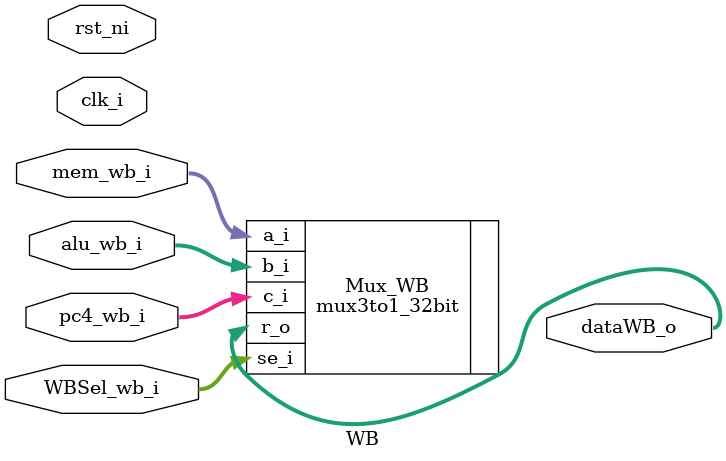
<source format=sv>
module WB(
	input logic clk_i,
	input logic rst_ni,
	input logic [31:0] alu_wb_i,
	input logic [31:0] pc4_wb_i,
	input logic [31:0] mem_wb_i,
	input logic [1:0] WBSel_wb_i,
	//input logic RegWEn_wb_i,
	//input logic [4:0] rsW_wb_i,
	output logic [31:0] dataWB_o
	//output logic [4:0] rsW_o,
	//output logic RegWEn_o
	);

//	logic [31:0] dataWB_w;
//	
//	logic [31:0] dataWB_r;
//	logic RegWEn_r;
//	logic [4:0] rsW_r;
	
//	mux3to1_32bit Mux_WB(
//		.a_i(mem_wb_i),
//		.b_i(alu_wb_i),
//		.c_i(pc4_wb_i),
//		.se_i(WBSel_wb_i),
//		.r_o(dataWB_w)
//		);
	mux3to1_32bit Mux_WB(
			.a_i(mem_wb_i),
			.b_i(alu_wb_i),
			.c_i(pc4_wb_i),
			.se_i(WBSel_wb_i),
			.r_o(dataWB_o)
			);
		
//	always_ff @(posedge clk_i, negedge rst_ni) begin
//		if (~rst_ni) begin
//			dataWB_r <= 32'b0;
//			RegWEn_r <= 1'b0;
//			rsW_r <= 5'b0;
//		end
//		else begin
//			dataWB_r <= dataWB_w;
//			RegWEn_r <= RegWEn_wb_i;
//			rsW_r <= rsW_wb_i;
//		end
//	end
//	
//	assign dataWB_o = dataWB_r;
//	assign RegWEn_o = RegWEn_r;
//	assign rsW_o = rsW_r;
	
endmodule

</source>
